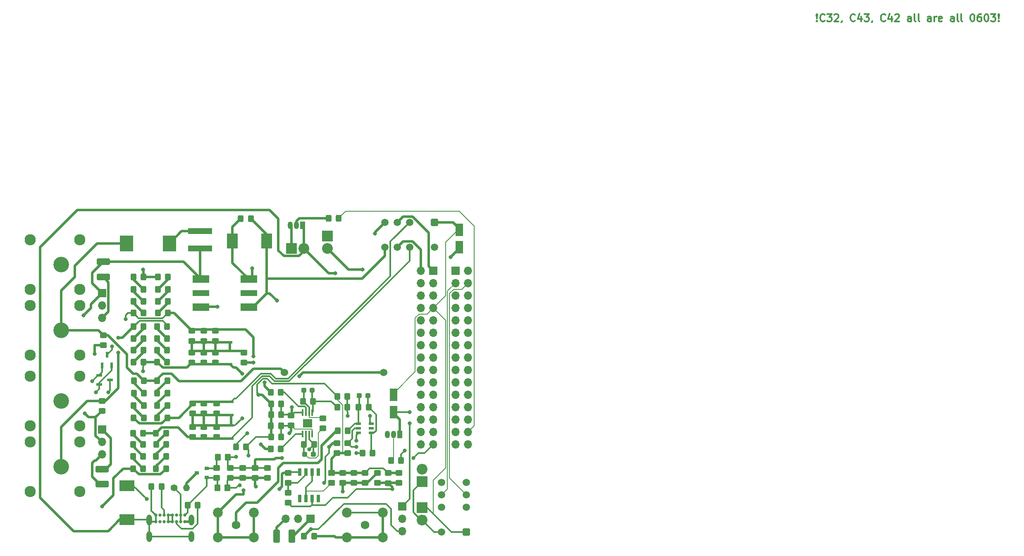
<source format=gtl>
%TF.GenerationSoftware,KiCad,Pcbnew,(6.0.6-1)-1*%
%TF.CreationDate,2022-07-06T12:40:26-04:00*%
%TF.ProjectId,dad_bod,6461645f-626f-4642-9e6b-696361645f70,rev?*%
%TF.SameCoordinates,Original*%
%TF.FileFunction,Copper,L1,Top*%
%TF.FilePolarity,Positive*%
%FSLAX46Y46*%
G04 Gerber Fmt 4.6, Leading zero omitted, Abs format (unit mm)*
G04 Created by KiCad (PCBNEW (6.0.6-1)-1) date 2022-07-06 12:40:26*
%MOMM*%
%LPD*%
G01*
G04 APERTURE LIST*
G04 Aperture macros list*
%AMRoundRect*
0 Rectangle with rounded corners*
0 $1 Rounding radius*
0 $2 $3 $4 $5 $6 $7 $8 $9 X,Y pos of 4 corners*
0 Add a 4 corners polygon primitive as box body*
4,1,4,$2,$3,$4,$5,$6,$7,$8,$9,$2,$3,0*
0 Add four circle primitives for the rounded corners*
1,1,$1+$1,$2,$3*
1,1,$1+$1,$4,$5*
1,1,$1+$1,$6,$7*
1,1,$1+$1,$8,$9*
0 Add four rect primitives between the rounded corners*
20,1,$1+$1,$2,$3,$4,$5,0*
20,1,$1+$1,$4,$5,$6,$7,0*
20,1,$1+$1,$6,$7,$8,$9,0*
20,1,$1+$1,$8,$9,$2,$3,0*%
G04 Aperture macros list end*
%ADD10C,0.300000*%
%TA.AperFunction,NonConductor*%
%ADD11C,0.300000*%
%TD*%
%TA.AperFunction,ComponentPad*%
%ADD12O,1.700000X1.700000*%
%TD*%
%TA.AperFunction,ComponentPad*%
%ADD13R,1.700000X1.700000*%
%TD*%
%TA.AperFunction,SMDPad,CuDef*%
%ADD14RoundRect,0.250000X0.325000X0.450000X-0.325000X0.450000X-0.325000X-0.450000X0.325000X-0.450000X0*%
%TD*%
%TA.AperFunction,ComponentPad*%
%ADD15R,1.050000X1.500000*%
%TD*%
%TA.AperFunction,ComponentPad*%
%ADD16O,1.050000X1.500000*%
%TD*%
%TA.AperFunction,SMDPad,CuDef*%
%ADD17RoundRect,0.250000X-0.325000X-0.450000X0.325000X-0.450000X0.325000X0.450000X-0.325000X0.450000X0*%
%TD*%
%TA.AperFunction,SMDPad,CuDef*%
%ADD18R,0.600000X1.150000*%
%TD*%
%TA.AperFunction,SMDPad,CuDef*%
%ADD19R,1.150000X0.600000*%
%TD*%
%TA.AperFunction,ComponentPad*%
%ADD20C,0.650000*%
%TD*%
%TA.AperFunction,ComponentPad*%
%ADD21O,1.108000X2.216000*%
%TD*%
%TA.AperFunction,ComponentPad*%
%ADD22C,1.524000*%
%TD*%
%TA.AperFunction,SMDPad,CuDef*%
%ADD23R,1.600000X2.500000*%
%TD*%
%TA.AperFunction,SMDPad,CuDef*%
%ADD24RoundRect,0.250000X-0.412500X-1.100000X0.412500X-1.100000X0.412500X1.100000X-0.412500X1.100000X0*%
%TD*%
%TA.AperFunction,SMDPad,CuDef*%
%ADD25RoundRect,0.250000X1.100000X-0.412500X1.100000X0.412500X-1.100000X0.412500X-1.100000X-0.412500X0*%
%TD*%
%TA.AperFunction,SMDPad,CuDef*%
%ADD26RoundRect,0.250000X0.450000X-0.325000X0.450000X0.325000X-0.450000X0.325000X-0.450000X-0.325000X0*%
%TD*%
%TA.AperFunction,SMDPad,CuDef*%
%ADD27R,1.000000X0.550000*%
%TD*%
%TA.AperFunction,SMDPad,CuDef*%
%ADD28RoundRect,0.250000X-0.450000X0.325000X-0.450000X-0.325000X0.450000X-0.325000X0.450000X0.325000X0*%
%TD*%
%TA.AperFunction,SMDPad,CuDef*%
%ADD29RoundRect,0.237500X-0.287500X-0.237500X0.287500X-0.237500X0.287500X0.237500X-0.287500X0.237500X0*%
%TD*%
%TA.AperFunction,SMDPad,CuDef*%
%ADD30RoundRect,0.237500X0.287500X0.237500X-0.287500X0.237500X-0.287500X-0.237500X0.287500X-0.237500X0*%
%TD*%
%TA.AperFunction,SMDPad,CuDef*%
%ADD31R,2.200000X3.150000*%
%TD*%
%TA.AperFunction,ComponentPad*%
%ADD32R,2.200000X2.200000*%
%TD*%
%TA.AperFunction,ComponentPad*%
%ADD33O,2.200000X2.200000*%
%TD*%
%TA.AperFunction,SMDPad,CuDef*%
%ADD34RoundRect,0.250000X0.350000X0.450000X-0.350000X0.450000X-0.350000X-0.450000X0.350000X-0.450000X0*%
%TD*%
%TA.AperFunction,SMDPad,CuDef*%
%ADD35RoundRect,0.250000X-0.450000X0.350000X-0.450000X-0.350000X0.450000X-0.350000X0.450000X0.350000X0*%
%TD*%
%TA.AperFunction,ComponentPad*%
%ADD36C,3.200000*%
%TD*%
%TA.AperFunction,ComponentPad*%
%ADD37C,2.300000*%
%TD*%
%TA.AperFunction,ComponentPad*%
%ADD38C,1.755000*%
%TD*%
%TA.AperFunction,ComponentPad*%
%ADD39C,2.025000*%
%TD*%
%TA.AperFunction,ComponentPad*%
%ADD40RoundRect,0.250500X-0.499500X0.499500X-0.499500X-0.499500X0.499500X-0.499500X0.499500X0.499500X0*%
%TD*%
%TA.AperFunction,ComponentPad*%
%ADD41C,1.500000*%
%TD*%
%TA.AperFunction,ComponentPad*%
%ADD42RoundRect,0.250500X0.499500X0.499500X-0.499500X0.499500X-0.499500X-0.499500X0.499500X-0.499500X0*%
%TD*%
%TA.AperFunction,SMDPad,CuDef*%
%ADD43R,0.900000X0.800000*%
%TD*%
%TA.AperFunction,SMDPad,CuDef*%
%ADD44R,2.750000X3.200000*%
%TD*%
%TA.AperFunction,SMDPad,CuDef*%
%ADD45R,3.375000X1.620000*%
%TD*%
%TA.AperFunction,SMDPad,CuDef*%
%ADD46R,3.375000X1.200000*%
%TD*%
%TA.AperFunction,SMDPad,CuDef*%
%ADD47R,5.000000X1.300000*%
%TD*%
%TA.AperFunction,SMDPad,CuDef*%
%ADD48R,1.050000X0.550000*%
%TD*%
%TA.AperFunction,SMDPad,CuDef*%
%ADD49R,0.650000X1.528000*%
%TD*%
%TA.AperFunction,SMDPad,CuDef*%
%ADD50R,0.450000X1.425000*%
%TD*%
%TA.AperFunction,SMDPad,CuDef*%
%ADD51R,1.880000X1.680000*%
%TD*%
%TA.AperFunction,SMDPad,CuDef*%
%ADD52R,3.150000X2.200000*%
%TD*%
%TA.AperFunction,ComponentPad*%
%ADD53C,1.400000*%
%TD*%
%TA.AperFunction,ComponentPad*%
%ADD54O,1.400000X1.400000*%
%TD*%
%TA.AperFunction,ViaPad*%
%ADD55C,0.800000*%
%TD*%
%TA.AperFunction,Conductor*%
%ADD56C,0.300000*%
%TD*%
%TA.AperFunction,Conductor*%
%ADD57C,0.500000*%
%TD*%
%TA.AperFunction,Conductor*%
%ADD58C,0.200000*%
%TD*%
G04 APERTURE END LIST*
D10*
D11*
X215263357Y-23205214D02*
X215334785Y-23276642D01*
X215263357Y-23348071D01*
X215191928Y-23276642D01*
X215263357Y-23205214D01*
X215263357Y-23348071D01*
X215263357Y-22776642D02*
X215191928Y-21919500D01*
X215263357Y-21848071D01*
X215334785Y-21919500D01*
X215263357Y-22776642D01*
X215263357Y-21848071D01*
X216834785Y-23205214D02*
X216763357Y-23276642D01*
X216549071Y-23348071D01*
X216406214Y-23348071D01*
X216191928Y-23276642D01*
X216049071Y-23133785D01*
X215977642Y-22990928D01*
X215906214Y-22705214D01*
X215906214Y-22490928D01*
X215977642Y-22205214D01*
X216049071Y-22062357D01*
X216191928Y-21919500D01*
X216406214Y-21848071D01*
X216549071Y-21848071D01*
X216763357Y-21919500D01*
X216834785Y-21990928D01*
X217334785Y-21848071D02*
X218263357Y-21848071D01*
X217763357Y-22419500D01*
X217977642Y-22419500D01*
X218120499Y-22490928D01*
X218191928Y-22562357D01*
X218263357Y-22705214D01*
X218263357Y-23062357D01*
X218191928Y-23205214D01*
X218120499Y-23276642D01*
X217977642Y-23348071D01*
X217549071Y-23348071D01*
X217406214Y-23276642D01*
X217334785Y-23205214D01*
X218834785Y-21990928D02*
X218906214Y-21919500D01*
X219049071Y-21848071D01*
X219406214Y-21848071D01*
X219549071Y-21919500D01*
X219620499Y-21990928D01*
X219691928Y-22133785D01*
X219691928Y-22276642D01*
X219620499Y-22490928D01*
X218763357Y-23348071D01*
X219691928Y-23348071D01*
X220406214Y-23276642D02*
X220406214Y-23348071D01*
X220334785Y-23490928D01*
X220263357Y-23562357D01*
X223049071Y-23205214D02*
X222977642Y-23276642D01*
X222763357Y-23348071D01*
X222620499Y-23348071D01*
X222406214Y-23276642D01*
X222263357Y-23133785D01*
X222191928Y-22990928D01*
X222120499Y-22705214D01*
X222120499Y-22490928D01*
X222191928Y-22205214D01*
X222263357Y-22062357D01*
X222406214Y-21919500D01*
X222620499Y-21848071D01*
X222763357Y-21848071D01*
X222977642Y-21919500D01*
X223049071Y-21990928D01*
X224334785Y-22348071D02*
X224334785Y-23348071D01*
X223977642Y-21776642D02*
X223620499Y-22848071D01*
X224549071Y-22848071D01*
X224977642Y-21848071D02*
X225906214Y-21848071D01*
X225406214Y-22419500D01*
X225620499Y-22419500D01*
X225763357Y-22490928D01*
X225834785Y-22562357D01*
X225906214Y-22705214D01*
X225906214Y-23062357D01*
X225834785Y-23205214D01*
X225763357Y-23276642D01*
X225620499Y-23348071D01*
X225191928Y-23348071D01*
X225049071Y-23276642D01*
X224977642Y-23205214D01*
X226620500Y-23276642D02*
X226620500Y-23348071D01*
X226549071Y-23490928D01*
X226477642Y-23562357D01*
X229263357Y-23205214D02*
X229191928Y-23276642D01*
X228977642Y-23348071D01*
X228834785Y-23348071D01*
X228620500Y-23276642D01*
X228477642Y-23133785D01*
X228406214Y-22990928D01*
X228334785Y-22705214D01*
X228334785Y-22490928D01*
X228406214Y-22205214D01*
X228477642Y-22062357D01*
X228620500Y-21919500D01*
X228834785Y-21848071D01*
X228977642Y-21848071D01*
X229191928Y-21919500D01*
X229263357Y-21990928D01*
X230549071Y-22348071D02*
X230549071Y-23348071D01*
X230191928Y-21776642D02*
X229834785Y-22848071D01*
X230763357Y-22848071D01*
X231263357Y-21990928D02*
X231334785Y-21919500D01*
X231477642Y-21848071D01*
X231834785Y-21848071D01*
X231977642Y-21919500D01*
X232049071Y-21990928D01*
X232120500Y-22133785D01*
X232120500Y-22276642D01*
X232049071Y-22490928D01*
X231191928Y-23348071D01*
X232120500Y-23348071D01*
X234549071Y-23348071D02*
X234549071Y-22562357D01*
X234477642Y-22419500D01*
X234334785Y-22348071D01*
X234049071Y-22348071D01*
X233906214Y-22419500D01*
X234549071Y-23276642D02*
X234406214Y-23348071D01*
X234049071Y-23348071D01*
X233906214Y-23276642D01*
X233834785Y-23133785D01*
X233834785Y-22990928D01*
X233906214Y-22848071D01*
X234049071Y-22776642D01*
X234406214Y-22776642D01*
X234549071Y-22705214D01*
X235477642Y-23348071D02*
X235334785Y-23276642D01*
X235263357Y-23133785D01*
X235263357Y-21848071D01*
X236263357Y-23348071D02*
X236120500Y-23276642D01*
X236049071Y-23133785D01*
X236049071Y-21848071D01*
X238620500Y-23348071D02*
X238620500Y-22562357D01*
X238549071Y-22419500D01*
X238406214Y-22348071D01*
X238120500Y-22348071D01*
X237977642Y-22419500D01*
X238620500Y-23276642D02*
X238477642Y-23348071D01*
X238120500Y-23348071D01*
X237977642Y-23276642D01*
X237906214Y-23133785D01*
X237906214Y-22990928D01*
X237977642Y-22848071D01*
X238120500Y-22776642D01*
X238477642Y-22776642D01*
X238620500Y-22705214D01*
X239334785Y-23348071D02*
X239334785Y-22348071D01*
X239334785Y-22633785D02*
X239406214Y-22490928D01*
X239477642Y-22419500D01*
X239620500Y-22348071D01*
X239763357Y-22348071D01*
X240834785Y-23276642D02*
X240691928Y-23348071D01*
X240406214Y-23348071D01*
X240263357Y-23276642D01*
X240191928Y-23133785D01*
X240191928Y-22562357D01*
X240263357Y-22419500D01*
X240406214Y-22348071D01*
X240691928Y-22348071D01*
X240834785Y-22419500D01*
X240906214Y-22562357D01*
X240906214Y-22705214D01*
X240191928Y-22848071D01*
X243334785Y-23348071D02*
X243334785Y-22562357D01*
X243263357Y-22419500D01*
X243120500Y-22348071D01*
X242834785Y-22348071D01*
X242691928Y-22419500D01*
X243334785Y-23276642D02*
X243191928Y-23348071D01*
X242834785Y-23348071D01*
X242691928Y-23276642D01*
X242620500Y-23133785D01*
X242620500Y-22990928D01*
X242691928Y-22848071D01*
X242834785Y-22776642D01*
X243191928Y-22776642D01*
X243334785Y-22705214D01*
X244263357Y-23348071D02*
X244120500Y-23276642D01*
X244049071Y-23133785D01*
X244049071Y-21848071D01*
X245049071Y-23348071D02*
X244906214Y-23276642D01*
X244834785Y-23133785D01*
X244834785Y-21848071D01*
X247049071Y-21848071D02*
X247191928Y-21848071D01*
X247334785Y-21919500D01*
X247406214Y-21990928D01*
X247477642Y-22133785D01*
X247549071Y-22419500D01*
X247549071Y-22776642D01*
X247477642Y-23062357D01*
X247406214Y-23205214D01*
X247334785Y-23276642D01*
X247191928Y-23348071D01*
X247049071Y-23348071D01*
X246906214Y-23276642D01*
X246834785Y-23205214D01*
X246763357Y-23062357D01*
X246691928Y-22776642D01*
X246691928Y-22419500D01*
X246763357Y-22133785D01*
X246834785Y-21990928D01*
X246906214Y-21919500D01*
X247049071Y-21848071D01*
X248834785Y-21848071D02*
X248549071Y-21848071D01*
X248406214Y-21919500D01*
X248334785Y-21990928D01*
X248191928Y-22205214D01*
X248120500Y-22490928D01*
X248120500Y-23062357D01*
X248191928Y-23205214D01*
X248263357Y-23276642D01*
X248406214Y-23348071D01*
X248691928Y-23348071D01*
X248834785Y-23276642D01*
X248906214Y-23205214D01*
X248977642Y-23062357D01*
X248977642Y-22705214D01*
X248906214Y-22562357D01*
X248834785Y-22490928D01*
X248691928Y-22419500D01*
X248406214Y-22419500D01*
X248263357Y-22490928D01*
X248191928Y-22562357D01*
X248120500Y-22705214D01*
X249906214Y-21848071D02*
X250049071Y-21848071D01*
X250191928Y-21919500D01*
X250263357Y-21990928D01*
X250334785Y-22133785D01*
X250406214Y-22419500D01*
X250406214Y-22776642D01*
X250334785Y-23062357D01*
X250263357Y-23205214D01*
X250191928Y-23276642D01*
X250049071Y-23348071D01*
X249906214Y-23348071D01*
X249763357Y-23276642D01*
X249691928Y-23205214D01*
X249620500Y-23062357D01*
X249549071Y-22776642D01*
X249549071Y-22419500D01*
X249620500Y-22133785D01*
X249691928Y-21990928D01*
X249763357Y-21919500D01*
X249906214Y-21848071D01*
X250906214Y-21848071D02*
X251834785Y-21848071D01*
X251334785Y-22419500D01*
X251549071Y-22419500D01*
X251691928Y-22490928D01*
X251763357Y-22562357D01*
X251834785Y-22705214D01*
X251834785Y-23062357D01*
X251763357Y-23205214D01*
X251691928Y-23276642D01*
X251549071Y-23348071D01*
X251120500Y-23348071D01*
X250977642Y-23276642D01*
X250906214Y-23205214D01*
X252477642Y-23205214D02*
X252549071Y-23276642D01*
X252477642Y-23348071D01*
X252406214Y-23276642D01*
X252477642Y-23205214D01*
X252477642Y-23348071D01*
X252477642Y-22776642D02*
X252406214Y-21919500D01*
X252477642Y-21848071D01*
X252549071Y-21919500D01*
X252477642Y-22776642D01*
X252477642Y-21848071D01*
D12*
X143764000Y-109987000D03*
X141224000Y-109987000D03*
X143764000Y-107447000D03*
X141224000Y-107447000D03*
X143764000Y-104907000D03*
X141224000Y-104907000D03*
X143764000Y-102367000D03*
X141224000Y-102367000D03*
X143764000Y-99827000D03*
X141224000Y-99827000D03*
X143764000Y-97287000D03*
X141224000Y-97287000D03*
X143764000Y-94747000D03*
X141224000Y-94747000D03*
X143764000Y-92207000D03*
X141224000Y-92207000D03*
X143764000Y-89667000D03*
X141224000Y-89667000D03*
X143764000Y-87127000D03*
X141224000Y-87127000D03*
X143764000Y-84587000D03*
X141224000Y-84587000D03*
X143764000Y-82047000D03*
X141224000Y-82047000D03*
X143764000Y-79507000D03*
X141224000Y-79507000D03*
X143764000Y-76967000D03*
X141224000Y-76967000D03*
X143764000Y-74427000D03*
D13*
X141224000Y-74427000D03*
D14*
X130066000Y-113284000D03*
X128016000Y-113284000D03*
D13*
X130302000Y-122682000D03*
D12*
X130302000Y-125222000D03*
X130302000Y-127762000D03*
D15*
X129794000Y-107950000D03*
D16*
X128524000Y-107950000D03*
X127254000Y-107950000D03*
X107424000Y-65149734D03*
X108694000Y-65149734D03*
D15*
X109964000Y-65149734D03*
D17*
X75302000Y-85870000D03*
X77352000Y-85870000D03*
D18*
X69850000Y-91610000D03*
X70800000Y-93810000D03*
X68900000Y-93810000D03*
D19*
X70442000Y-96774000D03*
X68242000Y-97724000D03*
X68242000Y-95824000D03*
D20*
X79829000Y-124499000D03*
X80679000Y-124499000D03*
X81529000Y-124499000D03*
X82379000Y-124499000D03*
X83229000Y-124499000D03*
X84079000Y-124499000D03*
X84929000Y-124499000D03*
X85779000Y-124499000D03*
X85779000Y-125849000D03*
X84929000Y-125849000D03*
X84079000Y-125849000D03*
X83229000Y-125849000D03*
X82379000Y-125849000D03*
X81529000Y-125849000D03*
X80679000Y-125849000D03*
X79829000Y-125849000D03*
D21*
X78479000Y-125479000D03*
X87129000Y-125479000D03*
X87129000Y-128859000D03*
X78479000Y-128859000D03*
D22*
X106172000Y-95250000D03*
X126492000Y-95250000D03*
D23*
X141986000Y-66068000D03*
X141986000Y-69568000D03*
X128524000Y-99850000D03*
X128524000Y-103350000D03*
D24*
X104609500Y-128778000D03*
X107734500Y-128778000D03*
D25*
X69088000Y-75721500D03*
X69088000Y-72596500D03*
X68834000Y-118148500D03*
X68834000Y-115023500D03*
D14*
X99314000Y-63754000D03*
X97264000Y-63754000D03*
D17*
X75342000Y-96901000D03*
X77392000Y-96901000D03*
X75342000Y-99441000D03*
X77392000Y-99441000D03*
X75324000Y-101981000D03*
X77374000Y-101981000D03*
X75324000Y-104521000D03*
X77374000Y-104521000D03*
D26*
X89662000Y-103650000D03*
X89662000Y-101600000D03*
X92329000Y-103650000D03*
X92329000Y-101600000D03*
D27*
X95250000Y-101291000D03*
X95250000Y-103941000D03*
D26*
X89662000Y-106408000D03*
X89662000Y-108458000D03*
X92329000Y-108476000D03*
X92329000Y-106426000D03*
D27*
X95250000Y-106117000D03*
X95250000Y-108767000D03*
D17*
X75206000Y-114935000D03*
X77256000Y-114935000D03*
X75206000Y-112395000D03*
X77256000Y-112395000D03*
X75206000Y-109982000D03*
X77256000Y-109982000D03*
X75206000Y-107696000D03*
X77256000Y-107696000D03*
D28*
X127444500Y-115851500D03*
X127444500Y-117901500D03*
D17*
X75302000Y-75710000D03*
X77352000Y-75710000D03*
X75302000Y-78250000D03*
X77352000Y-78250000D03*
X75302000Y-80663000D03*
X77352000Y-80663000D03*
X75302000Y-83076000D03*
X77352000Y-83076000D03*
D26*
X125222000Y-117856000D03*
X125222000Y-115806000D03*
D28*
X129678999Y-115826501D03*
X129678999Y-117876501D03*
D26*
X89662000Y-88782000D03*
X89662000Y-86732000D03*
X92075000Y-88782000D03*
X92075000Y-86732000D03*
D27*
X95059500Y-86441000D03*
X95059500Y-89091000D03*
D26*
X89662000Y-93227000D03*
X89662000Y-91177000D03*
X92075000Y-93245000D03*
X92075000Y-91195000D03*
D27*
X95059500Y-90886000D03*
X95059500Y-93536000D03*
D26*
X116967000Y-111760000D03*
X116967000Y-109710000D03*
X119126000Y-111769000D03*
X119126000Y-109719000D03*
D17*
X75302000Y-88283000D03*
X77352000Y-88283000D03*
X75302000Y-90696000D03*
X77352000Y-90696000D03*
X75302000Y-93109000D03*
X77352000Y-93109000D03*
D29*
X121535000Y-99949000D03*
X123285000Y-99949000D03*
D30*
X112127000Y-112014000D03*
X110377000Y-112014000D03*
D26*
X102702000Y-116840000D03*
X102702000Y-114790000D03*
X92288000Y-116840000D03*
X92288000Y-114790000D03*
X95091000Y-116840000D03*
X95091000Y-114790000D03*
X97622000Y-116831000D03*
X97622000Y-114781000D03*
X100162000Y-116831000D03*
X100162000Y-114781000D03*
X120396000Y-117890000D03*
X120396000Y-115840000D03*
X118110000Y-117872000D03*
X118110000Y-115822000D03*
X122682000Y-117881000D03*
X122682000Y-115831000D03*
D31*
X95560000Y-68326000D03*
X102560000Y-68326000D03*
D32*
X114989500Y-67310000D03*
D33*
X114989500Y-69850000D03*
D32*
X134366000Y-122936000D03*
D33*
X134366000Y-125476000D03*
D32*
X107614500Y-69848734D03*
D33*
X110154500Y-69848734D03*
D32*
X134366000Y-117602000D03*
D33*
X134366000Y-115062000D03*
D34*
X92572000Y-112640000D03*
X94572000Y-112640000D03*
D35*
X115824000Y-115840000D03*
X115824000Y-117840000D03*
D34*
X94508500Y-118863000D03*
X92508500Y-118863000D03*
D36*
X60452000Y-86614000D03*
D37*
X64252000Y-81534000D03*
X54092000Y-81534000D03*
X64252000Y-91694000D03*
X54092000Y-91694000D03*
X54092000Y-78232000D03*
X64252000Y-78232000D03*
X64252000Y-68072000D03*
X54092000Y-68072000D03*
D36*
X60452000Y-73152000D03*
X60452000Y-114554000D03*
D37*
X64252000Y-119634000D03*
X64252000Y-109474000D03*
X54092000Y-109474000D03*
X54092000Y-119634000D03*
D36*
X60452000Y-101092000D03*
D37*
X54092000Y-96012000D03*
X54092000Y-106172000D03*
X64252000Y-96012000D03*
X64252000Y-106172000D03*
D13*
X111506000Y-125222000D03*
D12*
X108966000Y-125222000D03*
X106426000Y-125222000D03*
D13*
X68834000Y-78994000D03*
D12*
X68834000Y-81534000D03*
X68834000Y-84074000D03*
D13*
X68834000Y-106934000D03*
D12*
X68834000Y-109474000D03*
X68834000Y-112014000D03*
D38*
X96266000Y-126492000D03*
D39*
X99966000Y-129032000D03*
X99966000Y-123952000D03*
X92566000Y-123952000D03*
X92566000Y-129032000D03*
D40*
X136906000Y-64516000D03*
D41*
X131826000Y-64516000D03*
X129286000Y-64516000D03*
X126746000Y-64516000D03*
X126746000Y-69596000D03*
X129286000Y-69596000D03*
X131826000Y-69596000D03*
X136906000Y-69596000D03*
D42*
X143437500Y-127943500D03*
D41*
X143437500Y-122863500D03*
X143437500Y-120323500D03*
X143437500Y-117783500D03*
X138357500Y-117783500D03*
X138357500Y-120323500D03*
X138357500Y-122863500D03*
X138357500Y-127943500D03*
D43*
X90240000Y-116765000D03*
X90240000Y-114865000D03*
X88240000Y-115815000D03*
D14*
X112268000Y-128778000D03*
X110218000Y-128778000D03*
D28*
X69088000Y-87621000D03*
X69088000Y-89671000D03*
D14*
X117284500Y-63698234D03*
X115234500Y-63698234D03*
D28*
X68834000Y-101083000D03*
X68834000Y-103133000D03*
D17*
X80159000Y-96901000D03*
X82209000Y-96901000D03*
X80150000Y-99441000D03*
X82200000Y-99441000D03*
X80159000Y-101981000D03*
X82209000Y-101981000D03*
X80159000Y-104521000D03*
X82209000Y-104521000D03*
D26*
X87376000Y-103641000D03*
X87376000Y-101591000D03*
D14*
X98307000Y-110490000D03*
X96257000Y-110490000D03*
D26*
X87376000Y-108467000D03*
X87376000Y-106417000D03*
D17*
X79905000Y-114935000D03*
X81955000Y-114935000D03*
X79905000Y-112395000D03*
X81955000Y-112395000D03*
X79923000Y-109982000D03*
X81973000Y-109982000D03*
X79905000Y-107696000D03*
X81955000Y-107696000D03*
D14*
X105428000Y-99314000D03*
X103378000Y-99314000D03*
D17*
X80255000Y-75710000D03*
X82305000Y-75710000D03*
X80255000Y-78250000D03*
X82305000Y-78250000D03*
X80255000Y-80663000D03*
X82305000Y-80663000D03*
X80255000Y-83076000D03*
X82305000Y-83076000D03*
D26*
X87249000Y-88782000D03*
X87249000Y-86732000D03*
X97917000Y-93245000D03*
X97917000Y-91195000D03*
D17*
X117085000Y-107188000D03*
X119135000Y-107188000D03*
D26*
X87249000Y-93245000D03*
X87249000Y-91195000D03*
D17*
X80137000Y-85870000D03*
X82187000Y-85870000D03*
X80128000Y-88283000D03*
X82178000Y-88283000D03*
X80128000Y-90696000D03*
X82178000Y-90696000D03*
X80128000Y-93109000D03*
X82178000Y-93109000D03*
X121394000Y-102362000D03*
X123444000Y-102362000D03*
D14*
X105428000Y-110934500D03*
X103378000Y-110934500D03*
X124215000Y-111760000D03*
X122165000Y-111760000D03*
X112268000Y-109982000D03*
X110218000Y-109982000D03*
D28*
X106934000Y-119888000D03*
X106934000Y-121938000D03*
D26*
X106934000Y-117856000D03*
X106934000Y-115806000D03*
D44*
X82632000Y-68834000D03*
X73832000Y-68834000D03*
D45*
X89070000Y-76154000D03*
D46*
X89070000Y-78994000D03*
D45*
X89070000Y-81834000D03*
X98890000Y-81834000D03*
D46*
X98890000Y-78994000D03*
D45*
X98890000Y-76154000D03*
D47*
X88900000Y-66322000D03*
X88900000Y-69822000D03*
D48*
X121382000Y-105730000D03*
X121382000Y-106680000D03*
X121382000Y-107630000D03*
X123982000Y-107630000D03*
X123982000Y-106680000D03*
X123982000Y-105730000D03*
D49*
X113157000Y-115653000D03*
X111887000Y-115653000D03*
X110617000Y-115653000D03*
X109347000Y-115653000D03*
X109347000Y-121075000D03*
X110617000Y-121075000D03*
X111887000Y-121075000D03*
X113157000Y-121075000D03*
D13*
X136672000Y-74422000D03*
D12*
X134132000Y-74422000D03*
X136672000Y-76962000D03*
X134132000Y-76962000D03*
X136672000Y-79502000D03*
X134132000Y-79502000D03*
X136672000Y-82042000D03*
X134132000Y-82042000D03*
X136672000Y-84582000D03*
X134132000Y-84582000D03*
X136672000Y-87122000D03*
X134132000Y-87122000D03*
X136672000Y-89662000D03*
X134132000Y-89662000D03*
X136672000Y-92202000D03*
X134132000Y-92202000D03*
X136672000Y-94742000D03*
X134132000Y-94742000D03*
X136672000Y-97282000D03*
X134132000Y-97282000D03*
X136672000Y-99822000D03*
X134132000Y-99822000D03*
X136672000Y-102362000D03*
X134132000Y-102362000D03*
X136672000Y-104902000D03*
X134132000Y-104902000D03*
X136672000Y-107442000D03*
X134132000Y-107442000D03*
X136672000Y-109982000D03*
X134132000Y-109982000D03*
D50*
X111900500Y-103452000D03*
X111250500Y-103452000D03*
X110600500Y-103452000D03*
X109950500Y-103452000D03*
X109950500Y-107876000D03*
X110600500Y-107876000D03*
X111250500Y-107876000D03*
X111900500Y-107876000D03*
D51*
X110925500Y-105664000D03*
D30*
X111909500Y-98869500D03*
X110159500Y-98869500D03*
D17*
X117003500Y-100139500D03*
X119053500Y-100139500D03*
D14*
X119062500Y-102362000D03*
X117012500Y-102362000D03*
X105482500Y-106172000D03*
X103432500Y-106172000D03*
X105500500Y-108458000D03*
X103450500Y-108458000D03*
D28*
X107578000Y-104067500D03*
X107578000Y-106117500D03*
D14*
X105500500Y-101663500D03*
X103450500Y-101663500D03*
X105500500Y-103886000D03*
X103450500Y-103886000D03*
D26*
X114046000Y-106680000D03*
X114046000Y-104630000D03*
D14*
X112068500Y-101155500D03*
X110018500Y-101155500D03*
D38*
X122682000Y-126492000D03*
D39*
X126382000Y-129032000D03*
X126382000Y-123952000D03*
X118982000Y-123952000D03*
X118982000Y-129032000D03*
D17*
X78976000Y-118618000D03*
X81026000Y-118618000D03*
D14*
X88410000Y-122428000D03*
X86360000Y-122428000D03*
D52*
X73914000Y-118420000D03*
X73914000Y-125420000D03*
D53*
X83566000Y-118872000D03*
D54*
X86106000Y-118872000D03*
D55*
X65024000Y-83566000D03*
X65278000Y-103632000D03*
X73660000Y-84328000D03*
X70866000Y-89916000D03*
X67564000Y-99314000D03*
X66802000Y-97028000D03*
X70104000Y-99314000D03*
X77216000Y-94996000D03*
X77216000Y-74168000D03*
X72136000Y-88138000D03*
X72136000Y-91186000D03*
X68834000Y-122682000D03*
X97536000Y-104648000D03*
X98552000Y-107696000D03*
X101346000Y-109982000D03*
X92456000Y-81788000D03*
X130810000Y-111252000D03*
X132588000Y-112776000D03*
X131826000Y-105664000D03*
X109220000Y-96012000D03*
X104648000Y-80518000D03*
X111624000Y-127372000D03*
X96266000Y-112522000D03*
X97028000Y-118364000D03*
X124714000Y-66802000D03*
X99568000Y-73914000D03*
X116586000Y-74930000D03*
X131826000Y-103378000D03*
X140208000Y-71628000D03*
X123698000Y-104140000D03*
X128270000Y-119126000D03*
X107188000Y-107696000D03*
X105664000Y-112776000D03*
X99822000Y-91948000D03*
X102108000Y-97282000D03*
X97536000Y-95504000D03*
X120904000Y-111760000D03*
X111252000Y-110998000D03*
X122174000Y-74168000D03*
X67310000Y-91440000D03*
X119126000Y-104140000D03*
X120904000Y-109220000D03*
X118110000Y-119634000D03*
X107696000Y-102362000D03*
X114300000Y-117856000D03*
X105156000Y-119126000D03*
X120904000Y-110490000D03*
X100330000Y-118618000D03*
X115316000Y-110490000D03*
X99822000Y-93218000D03*
X98806000Y-112268000D03*
X97790000Y-119380000D03*
X100838000Y-99822000D03*
X77978000Y-121158000D03*
D56*
X96266000Y-118872000D02*
X96774000Y-118364000D01*
X96774000Y-118364000D02*
X97028000Y-118364000D01*
D57*
X77352000Y-74304000D02*
X77216000Y-74168000D01*
X77352000Y-75710000D02*
X77352000Y-74304000D01*
X110154500Y-70407756D02*
X109157888Y-71404368D01*
X72446000Y-125420000D02*
X73914000Y-125420000D01*
X56134000Y-69596000D02*
X56134000Y-120904000D01*
X70104000Y-127762000D02*
X72446000Y-125420000D01*
X104902000Y-70235256D02*
X104902000Y-63722913D01*
X109157888Y-71404368D02*
X106071112Y-71404368D01*
X104902000Y-63722913D02*
X103155087Y-61976000D01*
X63754000Y-61976000D02*
X56134000Y-69596000D01*
X106071112Y-71404368D02*
X104902000Y-70235256D01*
X103155087Y-61976000D02*
X63754000Y-61976000D01*
X56134000Y-120904000D02*
X62992000Y-127762000D01*
X62992000Y-127762000D02*
X70104000Y-127762000D01*
X73832000Y-68834000D02*
X67818000Y-68834000D01*
X67818000Y-68834000D02*
X63246000Y-73406000D01*
X63246000Y-73406000D02*
X63246000Y-75692000D01*
X63246000Y-75692000D02*
X60452000Y-78486000D01*
X60452000Y-78486000D02*
X60452000Y-86614000D01*
X68834000Y-78994000D02*
X66548000Y-81280000D01*
X66548000Y-81280000D02*
X66548000Y-82042000D01*
X65024000Y-83566000D02*
X66548000Y-82042000D01*
X60452000Y-86614000D02*
X68081000Y-86614000D01*
X68081000Y-86614000D02*
X69088000Y-87621000D01*
X66078511Y-104432511D02*
X65278000Y-103632000D01*
X67534489Y-104432511D02*
X66078511Y-104432511D01*
X68834000Y-101083000D02*
X65795000Y-101083000D01*
X65795000Y-101083000D02*
X60452000Y-106426000D01*
X60452000Y-106426000D02*
X60452000Y-114554000D01*
D56*
X132592425Y-119375575D02*
X132592425Y-123906001D01*
X132592425Y-123906001D02*
X134162424Y-125476000D01*
X134366000Y-117602000D02*
X132592425Y-119375575D01*
X136652000Y-124206000D02*
X140389500Y-127943500D01*
X140389500Y-127943500D02*
X143437500Y-127943500D01*
X136652000Y-124206000D02*
X135382000Y-122936000D01*
X135382000Y-122936000D02*
X134366000Y-122936000D01*
X134366000Y-125476000D02*
X136833500Y-127943500D01*
X136833500Y-127943500D02*
X138357500Y-127943500D01*
X74150000Y-83076000D02*
X73660000Y-83566000D01*
X73660000Y-83566000D02*
X73660000Y-84328000D01*
X70866000Y-90594000D02*
X70866000Y-89916000D01*
X69850000Y-91610000D02*
X70866000Y-90594000D01*
X68006000Y-95824000D02*
X66802000Y-97028000D01*
X68242000Y-98636000D02*
X67564000Y-99314000D01*
X68242000Y-97724000D02*
X68242000Y-98636000D01*
D57*
X72136000Y-91186000D02*
X72136000Y-98484082D01*
X72136000Y-98484082D02*
X69537082Y-101083000D01*
X69537082Y-101083000D02*
X68834000Y-101083000D01*
D56*
X70442000Y-96774000D02*
X70442000Y-98976000D01*
X70442000Y-98976000D02*
X70104000Y-99314000D01*
X77352000Y-93109000D02*
X77216000Y-94996000D01*
X76546480Y-84625520D02*
X81280000Y-84625520D01*
X75302000Y-85870000D02*
X76546480Y-84625520D01*
X81280000Y-84625520D02*
X82187000Y-85532520D01*
D57*
X72136000Y-88138000D02*
X73034000Y-88138000D01*
X73034000Y-88138000D02*
X75302000Y-85870000D01*
X75206000Y-114935000D02*
X73145051Y-114935000D01*
X73145051Y-114935000D02*
X71120000Y-116960051D01*
X71120000Y-116960051D02*
X71120000Y-120396000D01*
X71120000Y-120396000D02*
X68834000Y-122682000D01*
D56*
X96321000Y-100594127D02*
X95946873Y-100594127D01*
X95946873Y-100594127D02*
X95250000Y-101291000D01*
X97282000Y-104902000D02*
X97536000Y-104648000D01*
X95250000Y-106117000D02*
X96067000Y-106117000D01*
X96067000Y-106117000D02*
X97282000Y-104902000D01*
X96257000Y-109991000D02*
X98552000Y-107696000D01*
X98307000Y-110490000D02*
X100339000Y-108458000D01*
X100339000Y-108458000D02*
X103450500Y-108458000D01*
X98806000Y-112268000D02*
X98806000Y-110989000D01*
X98806000Y-110989000D02*
X98307000Y-110490000D01*
D57*
X87676000Y-106117000D02*
X95250000Y-106117000D01*
D56*
X107135339Y-97036000D02*
X110445339Y-93726000D01*
X104140000Y-97036000D02*
X107135339Y-97036000D01*
X95250000Y-108767000D02*
X99568000Y-104449000D01*
X99568000Y-104449000D02*
X99568000Y-98054233D01*
X99568000Y-98054233D02*
X101610233Y-96012000D01*
X101610233Y-96012000D02*
X103124000Y-96012000D01*
X103124000Y-96012000D02*
X104140000Y-97028000D01*
X131826000Y-72390000D02*
X131826000Y-69596000D01*
X110445339Y-93726000D02*
X110490000Y-93726000D01*
X110490000Y-93726000D02*
X131826000Y-72390000D01*
X131826000Y-64516000D02*
X127905656Y-68436344D01*
X127905656Y-75548344D02*
X106926000Y-96528000D01*
X106926000Y-96528000D02*
X104402000Y-96528000D01*
X127905656Y-68436344D02*
X127905656Y-75548344D01*
X104402000Y-96528000D02*
X103378000Y-95504000D01*
X103378000Y-95504000D02*
X101411127Y-95504000D01*
X101411127Y-95504000D02*
X96321000Y-100594127D01*
D57*
X106172000Y-95250000D02*
X105410001Y-94488001D01*
X99821999Y-94488001D02*
X97282000Y-97028000D01*
X97282000Y-97028000D02*
X84582000Y-97028000D01*
X105410001Y-94488001D02*
X99821999Y-94488001D01*
X84582000Y-97028000D02*
X83058000Y-95504000D01*
X83058000Y-95504000D02*
X81280000Y-95504000D01*
X81280000Y-95504000D02*
X80159000Y-96625000D01*
X102298500Y-110934500D02*
X101346000Y-109982000D01*
X69088000Y-87621000D02*
X70027082Y-87621000D01*
X73914000Y-91507918D02*
X73914000Y-94234000D01*
X70027082Y-87621000D02*
X73914000Y-91507918D01*
X73914000Y-94234000D02*
X75184000Y-95504000D01*
X75184000Y-95504000D02*
X75995000Y-95504000D01*
X75995000Y-95504000D02*
X77392000Y-96901000D01*
X80159000Y-96901000D02*
X77392000Y-96901000D01*
D56*
X117003500Y-100139500D02*
X114400000Y-97536000D01*
X103632000Y-97536000D02*
X102628000Y-96532000D01*
X114400000Y-97536000D02*
X103632000Y-97536000D01*
X102628000Y-96532000D02*
X101797339Y-96532000D01*
X101797339Y-96532000D02*
X100584000Y-97745339D01*
X100584000Y-97745339D02*
X100584000Y-99568000D01*
X100584000Y-99568000D02*
X100838000Y-99822000D01*
D57*
X77352000Y-75710000D02*
X80255000Y-75710000D01*
X69088000Y-72596500D02*
X85512500Y-72596500D01*
X85512500Y-72596500D02*
X89070000Y-76154000D01*
D56*
X111624000Y-127372000D02*
X113166000Y-127372000D01*
D57*
X111624000Y-127372000D02*
X110218000Y-128778000D01*
X100162000Y-116831000D02*
X102693000Y-116831000D01*
X97622000Y-116831000D02*
X100162000Y-116831000D01*
X95091000Y-116840000D02*
X97613000Y-116840000D01*
X126492000Y-95250000D02*
X109982000Y-95250000D01*
X109982000Y-95250000D02*
X109220000Y-96012000D01*
D56*
X130066000Y-111996000D02*
X130810000Y-111252000D01*
X130066000Y-113284000D02*
X130066000Y-111996000D01*
X132715000Y-112649000D02*
X132588000Y-112776000D01*
X134894000Y-111760000D02*
X133604000Y-111760000D01*
X133604000Y-111760000D02*
X132715000Y-112649000D01*
X131826000Y-105664000D02*
X131826000Y-121158000D01*
X131826000Y-121158000D02*
X130302000Y-122682000D01*
D57*
X103171500Y-79041500D02*
X104648000Y-80518000D01*
X102560000Y-79041500D02*
X103171500Y-79041500D01*
D56*
X118982000Y-123952000D02*
X126382000Y-123952000D01*
X111506000Y-122682000D02*
X111760000Y-122428000D01*
X111760000Y-122428000D02*
X111887000Y-122301000D01*
X128270000Y-119126000D02*
X120904000Y-119126000D01*
X116078000Y-120904000D02*
X114554000Y-122428000D01*
X120904000Y-119126000D02*
X119126000Y-120904000D01*
X119126000Y-120904000D02*
X116078000Y-120904000D01*
X114554000Y-122428000D02*
X111760000Y-122428000D01*
X128016000Y-123190000D02*
X128016000Y-126492000D01*
X118364000Y-122174000D02*
X127000000Y-122174000D01*
X127000000Y-122174000D02*
X128016000Y-123190000D01*
X113166000Y-127372000D02*
X118364000Y-122174000D01*
X128016000Y-126492000D02*
X129286000Y-127762000D01*
X129286000Y-127762000D02*
X130302000Y-127762000D01*
D58*
X143764000Y-107447000D02*
X145034000Y-106177000D01*
X141986000Y-62230000D02*
X118752734Y-62230000D01*
X118752734Y-62230000D02*
X117284500Y-63698234D01*
X145034000Y-106177000D02*
X145034000Y-65278000D01*
X145034000Y-65278000D02*
X141986000Y-62230000D01*
D56*
X136672000Y-109982000D02*
X134894000Y-111760000D01*
D57*
X107614500Y-69848734D02*
X107614500Y-65340234D01*
X108694000Y-65149734D02*
X108694000Y-64245712D01*
X108694000Y-64245712D02*
X109241478Y-63698234D01*
X109241478Y-63698234D02*
X115234500Y-63698234D01*
X110154500Y-69848734D02*
X110154500Y-65340234D01*
D56*
X75302000Y-83076000D02*
X74150000Y-83076000D01*
X68242000Y-97724000D02*
X68242000Y-97366000D01*
X68242000Y-97366000D02*
X70800000Y-94808000D01*
X70800000Y-94808000D02*
X70800000Y-93810000D01*
X68900000Y-93810000D02*
X68900000Y-95166000D01*
X68900000Y-95166000D02*
X68242000Y-95824000D01*
X96148000Y-112640000D02*
X96266000Y-112522000D01*
X94572000Y-112640000D02*
X96148000Y-112640000D01*
X94508500Y-118863000D02*
X96266000Y-118872000D01*
D57*
X95059500Y-93536000D02*
X95793020Y-94269520D01*
X95793020Y-94269520D02*
X96301520Y-94269520D01*
X96301520Y-94269520D02*
X97536000Y-95504000D01*
X85779000Y-125849000D02*
X86759000Y-125849000D01*
X86759000Y-125849000D02*
X87129000Y-125479000D01*
X106426000Y-125222000D02*
X104609500Y-127038500D01*
X111506000Y-125222000D02*
X107950000Y-128778000D01*
X104609500Y-128778000D02*
X104609500Y-127038500D01*
X69088000Y-75721500D02*
X70133511Y-76767011D01*
X70133511Y-76767011D02*
X70133511Y-82774489D01*
X69088000Y-72596500D02*
X66802000Y-74882500D01*
X66802000Y-76962000D02*
X68834000Y-78994000D01*
X66802000Y-74882500D02*
X66802000Y-76962000D01*
X67310000Y-113284000D02*
X66802000Y-113792000D01*
X66802000Y-113792000D02*
X66802000Y-116586000D01*
X68834000Y-112014000D02*
X67564000Y-113284000D01*
X67564000Y-113284000D02*
X67310000Y-113284000D01*
X66802000Y-116586000D02*
X68364500Y-118148500D01*
X68834000Y-106934000D02*
X70612000Y-108712000D01*
X70612000Y-108712000D02*
X70612000Y-114046000D01*
X70612000Y-114046000D02*
X69634500Y-115023500D01*
X92456000Y-81788000D02*
X89116000Y-81788000D01*
X124714000Y-66802000D02*
X124714000Y-66548000D01*
X95560000Y-72824000D02*
X98890000Y-76154000D01*
X124714000Y-66548000D02*
X126746000Y-64516000D01*
X95560000Y-68326000D02*
X95560000Y-72824000D01*
X99568000Y-73914000D02*
X99568000Y-75476000D01*
X99568000Y-75476000D02*
X98890000Y-76154000D01*
X97264000Y-63754000D02*
X95560000Y-65458000D01*
X95560000Y-65458000D02*
X95560000Y-68326000D01*
X102560000Y-68326000D02*
X102560000Y-76002000D01*
X122118000Y-76002000D02*
X102560000Y-76002000D01*
X126746000Y-71374000D02*
X122118000Y-76002000D01*
X99314000Y-63754000D02*
X102560000Y-67000000D01*
X102560000Y-79041500D02*
X99767500Y-81834000D01*
X102560000Y-76002000D02*
X102560000Y-79041500D01*
X126746000Y-69596000D02*
X126746000Y-71374000D01*
X102560000Y-67000000D02*
X102560000Y-68326000D01*
X88900000Y-69822000D02*
X88900000Y-75984000D01*
X70133511Y-82774489D02*
X68834000Y-84074000D01*
D56*
X79829000Y-125849000D02*
X79829000Y-124499000D01*
D57*
X140208000Y-71628000D02*
X140238500Y-71628000D01*
D56*
X78479000Y-128859000D02*
X87129000Y-128859000D01*
X78976000Y-118618000D02*
X78976000Y-123646000D01*
D57*
X129794000Y-104932500D02*
X129794000Y-107950000D01*
X128524000Y-103662500D02*
X129794000Y-104932500D01*
X140238500Y-71628000D02*
X141986000Y-69880500D01*
D56*
X86360000Y-122428000D02*
X86360000Y-123918000D01*
D57*
X115235766Y-74930000D02*
X116586000Y-74930000D01*
D56*
X78479000Y-125479000D02*
X78479000Y-128859000D01*
X92288000Y-116840000D02*
X90315000Y-116840000D01*
X92508500Y-118863000D02*
X92508500Y-117060500D01*
D57*
X110154500Y-69848734D02*
X115235766Y-74930000D01*
D56*
X78976000Y-123646000D02*
X79829000Y-124499000D01*
X90240000Y-118548000D02*
X86360000Y-122428000D01*
X90240000Y-116765000D02*
X90240000Y-118548000D01*
X131826000Y-103378000D02*
X128808500Y-103378000D01*
X73914000Y-125420000D02*
X78420000Y-125420000D01*
X79829000Y-125849000D02*
X78849000Y-125849000D01*
X86360000Y-123918000D02*
X85779000Y-124499000D01*
D58*
X133776345Y-83312000D02*
X135402000Y-83312000D01*
X136652000Y-117348000D02*
X136652000Y-124206000D01*
X139192000Y-84562000D02*
X139192000Y-114808000D01*
X139192000Y-68549500D02*
X139192000Y-79522000D01*
X136672000Y-82042000D02*
X139192000Y-84562000D01*
X132982489Y-95079011D02*
X132982489Y-84105856D01*
X132982489Y-84105856D02*
X133776345Y-83312000D01*
X139192000Y-114808000D02*
X136652000Y-117348000D01*
D57*
X140746500Y-64516000D02*
X141986000Y-65755500D01*
X136906000Y-64516000D02*
X140746500Y-64516000D01*
D58*
X128524000Y-99537500D02*
X132982489Y-95079011D01*
X135402000Y-83312000D02*
X136672000Y-82042000D01*
X141986000Y-65755500D02*
X139192000Y-68549500D01*
X139192000Y-79522000D02*
X136672000Y-82042000D01*
D57*
X75206000Y-114935000D02*
X76355520Y-116084520D01*
X76355520Y-116084520D02*
X80805480Y-116084520D01*
X80805480Y-116084520D02*
X81955000Y-114935000D01*
X75342000Y-96901000D02*
X75342000Y-97391000D01*
X75342000Y-97391000D02*
X77392000Y-99441000D01*
X75342000Y-99949000D02*
X77374000Y-101981000D01*
X75342000Y-99441000D02*
X75342000Y-99949000D01*
X75324000Y-102471000D02*
X77374000Y-104521000D01*
X75324000Y-101981000D02*
X75324000Y-102471000D01*
X84573000Y-104521000D02*
X87376000Y-101718000D01*
X81059480Y-105670520D02*
X82209000Y-104521000D01*
X76473520Y-105670520D02*
X81059480Y-105670520D01*
X82209000Y-104521000D02*
X84573000Y-104521000D01*
X87676000Y-101291000D02*
X95250000Y-101291000D01*
X75324000Y-104521000D02*
X76473520Y-105670520D01*
X87376000Y-103641000D02*
X87376000Y-106417000D01*
X95250000Y-103941000D02*
X95250000Y-106117000D01*
X89662000Y-103650000D02*
X89662000Y-106408000D01*
X92329000Y-103650000D02*
X92329000Y-106426000D01*
X87676000Y-103941000D02*
X95250000Y-103941000D01*
X87676000Y-108767000D02*
X95250000Y-108767000D01*
X77256000Y-107696000D02*
X79905000Y-107696000D01*
X84448480Y-106546480D02*
X86369000Y-108467000D01*
X81054520Y-106546480D02*
X84448480Y-106546480D01*
X86369000Y-108467000D02*
X87376000Y-108467000D01*
X79905000Y-107696000D02*
X81054520Y-106546480D01*
X75206000Y-112885000D02*
X77256000Y-114935000D01*
X75206000Y-112395000D02*
X75206000Y-112885000D01*
X75206000Y-110345000D02*
X77256000Y-112395000D01*
X75206000Y-107932000D02*
X77256000Y-109982000D01*
D58*
X108324489Y-106863989D02*
X107578000Y-106117500D01*
D57*
X104394000Y-112776000D02*
X105664000Y-112776000D01*
D56*
X123698000Y-105446000D02*
X123982000Y-105730000D01*
X107678000Y-122682000D02*
X111506000Y-122682000D01*
D57*
X100162000Y-114781000D02*
X100162000Y-113198000D01*
X100330000Y-113030000D02*
X104140000Y-113030000D01*
X125222000Y-117856000D02*
X129658498Y-117856000D01*
D58*
X111900500Y-107876000D02*
X111900500Y-106963500D01*
X111800989Y-106863989D02*
X108324489Y-106863989D01*
X111900500Y-106963500D02*
X111800989Y-106863989D01*
D56*
X105482500Y-106172000D02*
X107523500Y-106172000D01*
D57*
X107578000Y-106117500D02*
X107578000Y-107306000D01*
D56*
X123698000Y-104140000D02*
X123698000Y-105446000D01*
X94572000Y-112640000D02*
X94572000Y-114271000D01*
X106934000Y-121938000D02*
X107678000Y-122682000D01*
X111887000Y-122301000D02*
X111887000Y-121075000D01*
D57*
X128270000Y-118727000D02*
X127444500Y-117901500D01*
D56*
X105500500Y-108458000D02*
X105500500Y-106190000D01*
X95091000Y-114790000D02*
X102702000Y-114790000D01*
X94572000Y-114271000D02*
X95091000Y-114790000D01*
D57*
X100162000Y-113198000D02*
X100330000Y-113030000D01*
X107578000Y-107306000D02*
X107188000Y-107696000D01*
X128270000Y-119126000D02*
X128270000Y-118727000D01*
X104140000Y-113030000D02*
X104394000Y-112776000D01*
X75302000Y-75710000D02*
X75302000Y-76200000D01*
X75302000Y-76200000D02*
X77352000Y-78250000D01*
X75302000Y-78613000D02*
X77352000Y-80663000D01*
X75302000Y-81026000D02*
X77352000Y-83076000D01*
X95059500Y-86441000D02*
X98217000Y-86441000D01*
D56*
X76351520Y-84125520D02*
X75302000Y-83076000D01*
D57*
X98217000Y-86441000D02*
X99822000Y-88046000D01*
X99822000Y-88046000D02*
X99822000Y-91948000D01*
X83593000Y-83076000D02*
X87249000Y-86732000D01*
D56*
X81255480Y-84125520D02*
X76351520Y-84125520D01*
D57*
X82305000Y-83076000D02*
X83593000Y-83076000D01*
X102108000Y-98044000D02*
X103378000Y-99314000D01*
X87540000Y-86441000D02*
X95059500Y-86441000D01*
D56*
X82305000Y-83076000D02*
X81255480Y-84125520D01*
D57*
X102108000Y-97282000D02*
X102108000Y-98044000D01*
X87558000Y-89091000D02*
X95059500Y-89091000D01*
X89662000Y-88782000D02*
X89662000Y-91177000D01*
X87558000Y-90886000D02*
X95059500Y-90886000D01*
X92075000Y-88782000D02*
X92075000Y-91195000D01*
X87249000Y-88782000D02*
X87249000Y-91195000D01*
X95059500Y-89091000D02*
X95059500Y-90886000D01*
X95059500Y-90886000D02*
X97608000Y-90886000D01*
D56*
X111252000Y-103378000D02*
X111252000Y-102389000D01*
X111252000Y-102389000D02*
X110018500Y-101155500D01*
D58*
X111250500Y-104364500D02*
X111250500Y-103452000D01*
D56*
X110159500Y-98869500D02*
X110159500Y-101014500D01*
D58*
X111350011Y-104464011D02*
X111250500Y-104364500D01*
X113880011Y-104464011D02*
X111350011Y-104464011D01*
D56*
X112068500Y-101155500D02*
X112068500Y-103284000D01*
X112068500Y-103284000D02*
X111900500Y-103452000D01*
X115806000Y-101155500D02*
X117012500Y-102362000D01*
X111909500Y-98869500D02*
X111909500Y-100996500D01*
X112068500Y-101155500D02*
X115806000Y-101155500D01*
D57*
X86235480Y-94258520D02*
X87249000Y-93245000D01*
X81277520Y-94258520D02*
X86235480Y-94258520D01*
X77352000Y-93109000D02*
X80128000Y-93109000D01*
X87540000Y-93536000D02*
X95059500Y-93536000D01*
X80128000Y-93109000D02*
X81277520Y-94258520D01*
X103378000Y-110934500D02*
X102298500Y-110934500D01*
X77352000Y-86233000D02*
X75302000Y-88283000D01*
X77352000Y-88646000D02*
X75302000Y-90696000D01*
X77352000Y-91059000D02*
X75302000Y-93109000D01*
D56*
X124526000Y-107630000D02*
X123982000Y-107630000D01*
X123982000Y-111527000D02*
X123982000Y-107630000D01*
X124968000Y-103886000D02*
X124968000Y-107188000D01*
X123285000Y-99949000D02*
X123285000Y-102203000D01*
X124968000Y-107188000D02*
X124526000Y-107630000D01*
X123444000Y-102362000D02*
X124968000Y-103886000D01*
X121382000Y-105730000D02*
X120593000Y-105730000D01*
X120593000Y-105730000D02*
X119135000Y-107188000D01*
X121535000Y-99949000D02*
X121535000Y-102221000D01*
X121382000Y-102374000D02*
X121382000Y-105730000D01*
D58*
X113142520Y-112282940D02*
X112636940Y-112788520D01*
D56*
X110600500Y-107876000D02*
X110600500Y-109599500D01*
D58*
X113142520Y-107583480D02*
X113142520Y-112282940D01*
D56*
X110218000Y-109982000D02*
X110218000Y-111855000D01*
D58*
X114046000Y-106680000D02*
X113142520Y-107583480D01*
X111151520Y-112788520D02*
X110377000Y-112014000D01*
X112636940Y-112788520D02*
X111151520Y-112788520D01*
D56*
X112127000Y-112014000D02*
X112127000Y-110123000D01*
X111250500Y-108964500D02*
X112268000Y-109982000D01*
X111250500Y-107876000D02*
X111250500Y-108964500D01*
X111252000Y-110998000D02*
X112268000Y-109982000D01*
X122165000Y-111760000D02*
X120904000Y-111760000D01*
X90240000Y-114865000D02*
X92213000Y-114865000D01*
X92288000Y-114790000D02*
X92288000Y-112924000D01*
D57*
X122174000Y-74168000D02*
X119307500Y-74168000D01*
X119307500Y-74168000D02*
X114989500Y-69850000D01*
D58*
X134366000Y-117602000D02*
X132712489Y-119255511D01*
D56*
X111887000Y-117475000D02*
X110617000Y-118745000D01*
X110617000Y-119507000D02*
X110617000Y-121075000D01*
X111887000Y-115653000D02*
X111887000Y-117475000D01*
D58*
X110617000Y-119507000D02*
X114157000Y-119507000D01*
X114157000Y-119507000D02*
X115824000Y-117840000D01*
D56*
X110617000Y-118745000D02*
X110617000Y-119507000D01*
D57*
X67310000Y-91440000D02*
X67310000Y-89680000D01*
X67310000Y-89680000D02*
X67301000Y-89671000D01*
X69088000Y-89671000D02*
X67301000Y-89671000D01*
X67534489Y-108174489D02*
X68834000Y-109474000D01*
X68834000Y-103133000D02*
X67534489Y-104432511D01*
X67534489Y-104432511D02*
X67534489Y-108174489D01*
X116696000Y-129032000D02*
X118982000Y-129032000D01*
X116442000Y-128778000D02*
X116696000Y-129032000D01*
X118982000Y-129032000D02*
X126382000Y-129032000D01*
X126382000Y-129032000D02*
X126382000Y-123952000D01*
X112268000Y-128778000D02*
X116442000Y-128778000D01*
X98298000Y-121920000D02*
X96266000Y-123952000D01*
X96266000Y-123952000D02*
X96266000Y-126492000D01*
X116840000Y-107188000D02*
X113792000Y-110236000D01*
X104902000Y-117602000D02*
X100584000Y-121920000D01*
X113792000Y-113030000D02*
X113030000Y-113792000D01*
X100584000Y-121920000D02*
X98298000Y-121920000D01*
X113030000Y-113792000D02*
X105918000Y-113792000D01*
X113792000Y-110236000D02*
X113792000Y-113030000D01*
X105918000Y-113792000D02*
X104902000Y-114808000D01*
X104902000Y-114808000D02*
X104902000Y-117602000D01*
X129286000Y-69596000D02*
X130485511Y-68396489D01*
X134132000Y-70124000D02*
X134132000Y-74422000D01*
X130485511Y-68396489D02*
X132404489Y-68396489D01*
X132404489Y-68396489D02*
X134132000Y-70124000D01*
X135706489Y-66618489D02*
X135706489Y-73456489D01*
X130485511Y-63316489D02*
X132404489Y-63316489D01*
X135706489Y-73456489D02*
X136672000Y-74422000D01*
X129286000Y-64516000D02*
X130485511Y-63316489D01*
X132404489Y-63316489D02*
X135706489Y-66618489D01*
D58*
X139591520Y-78599480D02*
X141224000Y-76967000D01*
X139591520Y-119089480D02*
X139591520Y-78599480D01*
X138357500Y-120323500D02*
X139591520Y-119089480D01*
X139991040Y-79114305D02*
X140873345Y-78232000D01*
X140873345Y-78232000D02*
X142499000Y-78232000D01*
X143437500Y-120323500D02*
X139991040Y-116877040D01*
X139991040Y-116877040D02*
X139991040Y-79114305D01*
X142499000Y-78232000D02*
X143764000Y-76967000D01*
X128524000Y-107950000D02*
X128524000Y-112776000D01*
X128524000Y-112776000D02*
X128016000Y-113284000D01*
D57*
X86106000Y-118872000D02*
X86106000Y-117949000D01*
X86106000Y-117949000D02*
X88240000Y-115815000D01*
X80150000Y-98960000D02*
X82209000Y-96901000D01*
X80150000Y-99441000D02*
X80150000Y-98960000D01*
X80159000Y-101482000D02*
X82200000Y-99441000D01*
X80159000Y-101981000D02*
X80159000Y-101482000D01*
X80159000Y-104521000D02*
X80159000Y-104031000D01*
X80159000Y-104031000D02*
X82209000Y-101981000D01*
X79905000Y-114445000D02*
X81955000Y-112395000D01*
X79905000Y-114935000D02*
X79905000Y-114445000D01*
X79905000Y-112050000D02*
X81973000Y-109982000D01*
X79923000Y-109728000D02*
X81955000Y-107696000D01*
D56*
X110600500Y-102465478D02*
X110340042Y-102205020D01*
X110340042Y-102205020D02*
X109063020Y-102205020D01*
X109063020Y-102205020D02*
X106172000Y-99314000D01*
X110600500Y-103452000D02*
X110600500Y-102465478D01*
X106172000Y-99314000D02*
X105428000Y-99314000D01*
X120904000Y-109220000D02*
X120904000Y-108108000D01*
X119053500Y-100139500D02*
X119053500Y-102353000D01*
X120904000Y-108108000D02*
X121382000Y-107630000D01*
X119062500Y-102362000D02*
X119126000Y-104140000D01*
D57*
X82305000Y-75710000D02*
X82305000Y-76200000D01*
X82305000Y-76200000D02*
X80255000Y-78250000D01*
X82305000Y-78613000D02*
X80255000Y-80663000D01*
X82305000Y-81026000D02*
X80255000Y-83076000D01*
X80137000Y-86242000D02*
X82178000Y-88283000D01*
X80128000Y-88646000D02*
X82178000Y-90696000D01*
X80128000Y-91059000D02*
X82178000Y-93109000D01*
D56*
X105428000Y-110934500D02*
X108486500Y-107876000D01*
X108486500Y-107876000D02*
X109950500Y-107876000D01*
X106934000Y-117856000D02*
X108932022Y-117856000D01*
X108932022Y-117856000D02*
X110617000Y-116171022D01*
X106934000Y-117856000D02*
X106934000Y-119888000D01*
D57*
X82632000Y-68834000D02*
X85144000Y-66322000D01*
X85144000Y-66322000D02*
X88900000Y-66322000D01*
D56*
X105500500Y-101663500D02*
X105500500Y-103886000D01*
X109347000Y-115653000D02*
X107087000Y-115653000D01*
X109950500Y-103452000D02*
X108193500Y-103452000D01*
X120557000Y-106680000D02*
X120059520Y-107177480D01*
X95091000Y-116840000D02*
X102702000Y-116840000D01*
D57*
X123147000Y-117881000D02*
X125222000Y-115806000D01*
D56*
X120059520Y-108785480D02*
X119126000Y-109719000D01*
X114554000Y-112522000D02*
X114554000Y-117602000D01*
X120904000Y-110490000D02*
X119897000Y-110490000D01*
D57*
X116967000Y-109710000D02*
X116096000Y-109710000D01*
X105156000Y-119126000D02*
X105664000Y-118618000D01*
D56*
X115316000Y-111760000D02*
X114554000Y-112522000D01*
X94508500Y-117422500D02*
X95091000Y-116840000D01*
D57*
X122682000Y-117881000D02*
X123147000Y-117881000D01*
D56*
X114554000Y-117602000D02*
X114300000Y-117856000D01*
D57*
X105664000Y-118618000D02*
X105664000Y-116078000D01*
X118110000Y-119634000D02*
X118110000Y-117872000D01*
D56*
X108193500Y-103452000D02*
X107578000Y-104067500D01*
X105500500Y-103886000D02*
X107396500Y-103886000D01*
X121382000Y-106680000D02*
X120557000Y-106680000D01*
X120059520Y-107177480D02*
X120059520Y-108785480D01*
D57*
X107696000Y-102362000D02*
X107696000Y-103949500D01*
D56*
X115316000Y-110490000D02*
X115316000Y-111760000D01*
D57*
X105936000Y-115806000D02*
X106934000Y-115806000D01*
X118110000Y-117872000D02*
X122673000Y-117872000D01*
D56*
X119897000Y-110490000D02*
X119126000Y-109719000D01*
D57*
X100162000Y-118450000D02*
X100330000Y-118618000D01*
X116096000Y-109710000D02*
X115316000Y-110490000D01*
X105664000Y-116078000D02*
X105936000Y-115806000D01*
D56*
X94508500Y-118863000D02*
X94508500Y-117422500D01*
D57*
X100162000Y-116831000D02*
X100162000Y-118450000D01*
D58*
X118110000Y-111760000D02*
X118110000Y-101907362D01*
D57*
X97790000Y-120252500D02*
X97790000Y-119380000D01*
X129678999Y-115826501D02*
X127469499Y-115826501D01*
D58*
X118110000Y-101907362D02*
X117003500Y-100800862D01*
D57*
X97790000Y-120252500D02*
X96265500Y-120252500D01*
X115824000Y-112903000D02*
X116967000Y-111760000D01*
X97917000Y-93245000D02*
X99795000Y-93245000D01*
X92566000Y-123952000D02*
X92566000Y-129032000D01*
X99966000Y-129032000D02*
X99966000Y-123952000D01*
X101609000Y-99822000D02*
X100838000Y-99822000D01*
X99795000Y-93245000D02*
X99822000Y-93218000D01*
D56*
X126474480Y-114881480D02*
X127444500Y-115851500D01*
D57*
X116967000Y-111760000D02*
X118110000Y-111760000D01*
D58*
X117003500Y-100800862D02*
X117003500Y-100139500D01*
D57*
X115824000Y-115840000D02*
X115824000Y-112903000D01*
X103450500Y-101663500D02*
X101609000Y-99822000D01*
X118110000Y-111760000D02*
X119117000Y-111760000D01*
X122673000Y-115840000D02*
X115824000Y-115840000D01*
X103450500Y-108458000D02*
X103450500Y-101663500D01*
D56*
X123631520Y-114881480D02*
X126474480Y-114881480D01*
D57*
X92566000Y-129032000D02*
X99966000Y-129032000D01*
X96265500Y-120252500D02*
X92566000Y-123952000D01*
D56*
X122682000Y-115831000D02*
X123631520Y-114881480D01*
X84929000Y-120235000D02*
X84929000Y-124499000D01*
X84929000Y-124499000D02*
X84929000Y-125849000D01*
X77978000Y-121158000D02*
X75240000Y-118420000D01*
X83566000Y-118872000D02*
X84929000Y-120235000D01*
X82379000Y-124499000D02*
X83229000Y-124499000D01*
X82379000Y-124499000D02*
X82379000Y-125849000D01*
X82379000Y-125849000D02*
X83229000Y-125849000D01*
X83229000Y-124499000D02*
X83229000Y-125849000D01*
X88410000Y-126220000D02*
X87376000Y-127254000D01*
X84079000Y-126243000D02*
X84079000Y-125849000D01*
X88410000Y-122428000D02*
X88410000Y-126220000D01*
X85090000Y-127254000D02*
X84079000Y-126243000D01*
X87376000Y-127254000D02*
X85090000Y-127254000D01*
X81534000Y-123444000D02*
X81529000Y-123449000D01*
X81529000Y-123449000D02*
X81529000Y-124499000D01*
X81026000Y-122936000D02*
X81534000Y-123444000D01*
X81026000Y-118618000D02*
X81026000Y-122936000D01*
M02*

</source>
